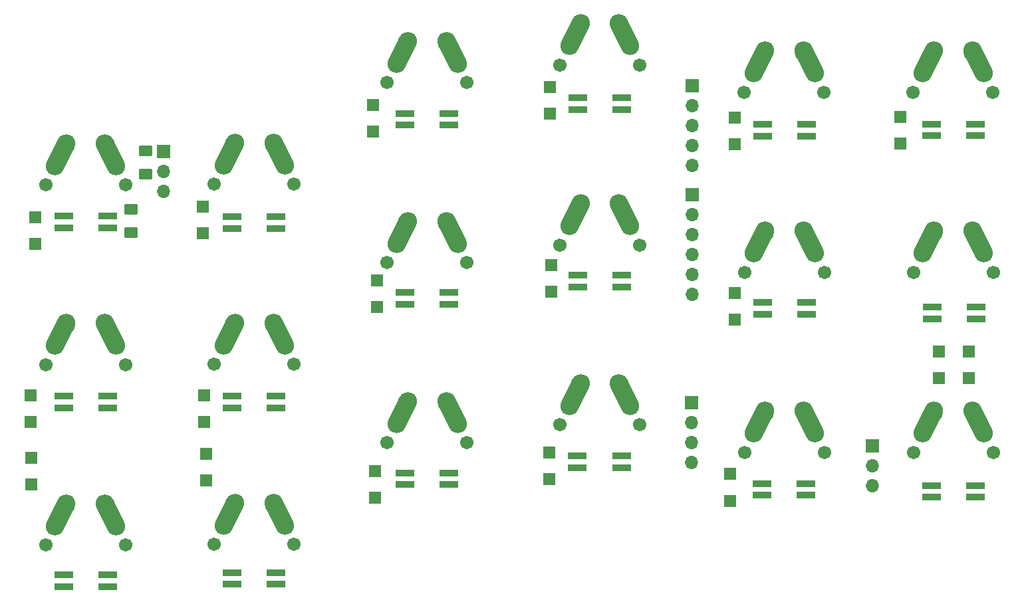
<source format=gbr>
G04 #@! TF.GenerationSoftware,KiCad,Pcbnew,(6.0.0)*
G04 #@! TF.CreationDate,2022-01-24T15:56:27+01:00*
G04 #@! TF.ProjectId,flex,666c6578-2e6b-4696-9361-645f70636258,rev?*
G04 #@! TF.SameCoordinates,Original*
G04 #@! TF.FileFunction,Soldermask,Bot*
G04 #@! TF.FilePolarity,Negative*
%FSLAX46Y46*%
G04 Gerber Fmt 4.6, Leading zero omitted, Abs format (unit mm)*
G04 Created by KiCad (PCBNEW (6.0.0)) date 2022-01-24 15:56:27*
%MOMM*%
%LPD*%
G01*
G04 APERTURE LIST*
G04 Aperture macros list*
%AMRoundRect*
0 Rectangle with rounded corners*
0 $1 Rounding radius*
0 $2 $3 $4 $5 $6 $7 $8 $9 X,Y pos of 4 corners*
0 Add a 4 corners polygon primitive as box body*
4,1,4,$2,$3,$4,$5,$6,$7,$8,$9,$2,$3,0*
0 Add four circle primitives for the rounded corners*
1,1,$1+$1,$2,$3*
1,1,$1+$1,$4,$5*
1,1,$1+$1,$6,$7*
1,1,$1+$1,$8,$9*
0 Add four rect primitives between the rounded corners*
20,1,$1+$1,$2,$3,$4,$5,0*
20,1,$1+$1,$4,$5,$6,$7,0*
20,1,$1+$1,$6,$7,$8,$9,0*
20,1,$1+$1,$8,$9,$2,$3,0*%
%AMHorizOval*
0 Thick line with rounded ends*
0 $1 width*
0 $2 $3 position (X,Y) of the first rounded end (center of the circle)*
0 $4 $5 position (X,Y) of the second rounded end (center of the circle)*
0 Add line between two ends*
20,1,$1,$2,$3,$4,$5,0*
0 Add two circle primitives to create the rounded ends*
1,1,$1,$2,$3*
1,1,$1,$4,$5*%
G04 Aperture macros list end*
%ADD10R,1.524000X1.524000*%
%ADD11R,1.700000X1.700000*%
%ADD12O,1.700000X1.700000*%
%ADD13R,2.400000X0.820000*%
%ADD14RoundRect,0.250001X-0.624999X0.462499X-0.624999X-0.462499X0.624999X-0.462499X0.624999X0.462499X0*%
%ADD15C,1.701800*%
%ADD16HorizOval,2.350000X-0.713917X1.431895X0.713917X-1.431895X0*%
%ADD17C,2.350000*%
%ADD18HorizOval,2.350000X0.713917X1.431895X-0.713917X-1.431895X0*%
G04 APERTURE END LIST*
D10*
X37325200Y-86864400D03*
X37325200Y-83464400D03*
X125825200Y-119564400D03*
X125825200Y-116164400D03*
X102875200Y-70214400D03*
X102875200Y-66814400D03*
D11*
X53670000Y-75100000D03*
D12*
X53670000Y-77640000D03*
X53670000Y-80180000D03*
D10*
X59084000Y-117006000D03*
X59084000Y-113606000D03*
X80875200Y-94864400D03*
X80875200Y-91464400D03*
X103071482Y-92945200D03*
X103071482Y-89545200D03*
X36725200Y-109514400D03*
X36725200Y-106114400D03*
D11*
X120960800Y-66719199D03*
D12*
X120960800Y-69259199D03*
X120960800Y-71799199D03*
X120960800Y-74339199D03*
X120960800Y-76879199D03*
D11*
X120960800Y-80536799D03*
D12*
X120960800Y-83076799D03*
X120960800Y-85616799D03*
X120960800Y-88156799D03*
X120960800Y-90696799D03*
X120960800Y-93236799D03*
D11*
X143955200Y-112534400D03*
D12*
X143955200Y-115074400D03*
X143955200Y-117614400D03*
D10*
X80375200Y-72564400D03*
X80375200Y-69164400D03*
X126375200Y-96514400D03*
X126375200Y-93114400D03*
X58675200Y-85514400D03*
X58675200Y-82114400D03*
X80575200Y-119214400D03*
X80575200Y-115814400D03*
X126375200Y-74114400D03*
X126375200Y-70714400D03*
D11*
X120900000Y-107100000D03*
D12*
X120900000Y-109640000D03*
X120900000Y-112180000D03*
X120900000Y-114720000D03*
D10*
X102775200Y-116814400D03*
X102775200Y-113414400D03*
X36825200Y-117464400D03*
X36825200Y-114064400D03*
X156175200Y-103964400D03*
X156175200Y-100564400D03*
X58889893Y-109514400D03*
X58889893Y-106114400D03*
X147525200Y-74064400D03*
X147525200Y-70664400D03*
X152425200Y-103964400D03*
X152425200Y-100564400D03*
D13*
X46550000Y-106260000D03*
X40950000Y-106260000D03*
X40950000Y-107760000D03*
X46550000Y-107760000D03*
D14*
X51360000Y-74992500D03*
X51360000Y-77967500D03*
D13*
X135556000Y-71618000D03*
X129956000Y-71618000D03*
X129956000Y-73118000D03*
X135556000Y-73118000D03*
D15*
X92333400Y-112153200D03*
X82173400Y-112153200D03*
D16*
X90416413Y-108315545D03*
D17*
X89793400Y-107073200D03*
D18*
X84090387Y-108315545D03*
D17*
X84713400Y-107073200D03*
D13*
X111981000Y-113867999D03*
X106381000Y-113867999D03*
X106381000Y-115367999D03*
X111981000Y-115367999D03*
D15*
X60161599Y-102196400D03*
X70321599Y-102196400D03*
D17*
X67781599Y-97116400D03*
D16*
X68404612Y-98358745D03*
D17*
X62701599Y-97116400D03*
D18*
X62078586Y-98358745D03*
D15*
X104144400Y-86981800D03*
X114304400Y-86981800D03*
D16*
X112387413Y-83144145D03*
D17*
X111764400Y-81901800D03*
X106684400Y-81901800D03*
D18*
X106061387Y-83144145D03*
D15*
X137826400Y-90442800D03*
X127666400Y-90442800D03*
D16*
X135909413Y-86605145D03*
D17*
X135286400Y-85362800D03*
X130206400Y-85362800D03*
D18*
X129583387Y-86605145D03*
D13*
X46550000Y-83260000D03*
X40950000Y-83260000D03*
X40950000Y-84760000D03*
X46550000Y-84760000D03*
X90006000Y-93017999D03*
X84406000Y-93017999D03*
X84406000Y-94517999D03*
X90006000Y-94517999D03*
D15*
X82173400Y-89191600D03*
X92333400Y-89191600D03*
D17*
X89793400Y-84111600D03*
D16*
X90416413Y-85353945D03*
D17*
X84713400Y-84111600D03*
D18*
X84090387Y-85353945D03*
D13*
X46550000Y-128980000D03*
X40950000Y-128980000D03*
X40950000Y-130480000D03*
X46550000Y-130480000D03*
X67965200Y-128704400D03*
X62365200Y-128704400D03*
X62365200Y-130204400D03*
X67965200Y-130204400D03*
X135556000Y-94318000D03*
X129956000Y-94318000D03*
X129956000Y-95818000D03*
X135556000Y-95818000D03*
X90006000Y-70217999D03*
X84406000Y-70217999D03*
X84406000Y-71717999D03*
X90006000Y-71717999D03*
D15*
X104144400Y-109892600D03*
X114304400Y-109892600D03*
D16*
X112387413Y-106054945D03*
D17*
X111764400Y-104812600D03*
D18*
X106061387Y-106054945D03*
D17*
X106684400Y-104812600D03*
D13*
X90006000Y-116017999D03*
X84406000Y-116017999D03*
X84406000Y-117517999D03*
X90006000Y-117517999D03*
X112056000Y-68217999D03*
X106456000Y-68217999D03*
X106456000Y-69717999D03*
X112056000Y-69717999D03*
D15*
X114304400Y-64020200D03*
X104144400Y-64020200D03*
D16*
X112387413Y-60182545D03*
D17*
X111764400Y-58940200D03*
X106684400Y-58940200D03*
D18*
X106061387Y-60182545D03*
D13*
X67965999Y-83357999D03*
X62365999Y-83357999D03*
X62365999Y-84857999D03*
X67965999Y-84857999D03*
X157055999Y-117617998D03*
X151455999Y-117617998D03*
X151455999Y-119117998D03*
X157055999Y-119117998D03*
D15*
X149129399Y-67506598D03*
X159289399Y-67506598D03*
D17*
X156749399Y-62426598D03*
D16*
X157372412Y-63668943D03*
D18*
X151046386Y-63668943D03*
D17*
X151669399Y-62426598D03*
D14*
X49530000Y-82420000D03*
X49530000Y-85395000D03*
D13*
X157055999Y-71567998D03*
X151455999Y-71567998D03*
X151455999Y-73067998D03*
X157055999Y-73067998D03*
D15*
X60161599Y-125132600D03*
X70321599Y-125132600D03*
D17*
X67781599Y-120052600D03*
D16*
X68404612Y-121294945D03*
D17*
X62701599Y-120052600D03*
D18*
X62078586Y-121294945D03*
D15*
X82173400Y-66255400D03*
X92333400Y-66255400D03*
D17*
X89793400Y-61175400D03*
D16*
X90416413Y-62417745D03*
D18*
X84090387Y-62417745D03*
D17*
X84713400Y-61175400D03*
D15*
X159314799Y-90442798D03*
X149154799Y-90442798D03*
D17*
X156774799Y-85362798D03*
D16*
X157397812Y-86605143D03*
D17*
X151694799Y-85362798D03*
D18*
X151071786Y-86605143D03*
D15*
X149154799Y-113404398D03*
X159314799Y-113404398D03*
D16*
X157397812Y-109566743D03*
D17*
X156774799Y-108324398D03*
X151694799Y-108324398D03*
D18*
X151071786Y-109566743D03*
D13*
X135456000Y-117368000D03*
X129856000Y-117368000D03*
X129856000Y-118868000D03*
X135456000Y-118868000D03*
D15*
X137801000Y-67506600D03*
X127641000Y-67506600D03*
D17*
X135261000Y-62426600D03*
D16*
X135884013Y-63668945D03*
D18*
X129557987Y-63668945D03*
D17*
X130181000Y-62426600D03*
D15*
X38657200Y-79292201D03*
X48817200Y-79292201D03*
D17*
X46277200Y-74212201D03*
D16*
X46900213Y-75454546D03*
D18*
X40574187Y-75454546D03*
D17*
X41197200Y-74212201D03*
D15*
X137826400Y-113404400D03*
X127666400Y-113404400D03*
D16*
X135909413Y-109566745D03*
D17*
X135286400Y-108324400D03*
D18*
X129583387Y-109566745D03*
D17*
X130206400Y-108324400D03*
D13*
X67965999Y-106247999D03*
X62365999Y-106247999D03*
X62365999Y-107747999D03*
X67965999Y-107747999D03*
D15*
X70321599Y-79234800D03*
X60161599Y-79234800D03*
D17*
X67781599Y-74154800D03*
D16*
X68404612Y-75397145D03*
D18*
X62078586Y-75397145D03*
D17*
X62701599Y-74154800D03*
D13*
X157155999Y-94917998D03*
X151555999Y-94917998D03*
X151555999Y-96417998D03*
X157155999Y-96417998D03*
X112056000Y-90817999D03*
X106456000Y-90817999D03*
X106456000Y-92317999D03*
X112056000Y-92317999D03*
D15*
X38657200Y-102228401D03*
X48817200Y-102228401D03*
D17*
X46277200Y-97148401D03*
D16*
X46900213Y-98390746D03*
D18*
X40574187Y-98390746D03*
D17*
X41197200Y-97148401D03*
D15*
X38657200Y-125190001D03*
X48817200Y-125190001D03*
D16*
X46900213Y-121352346D03*
D17*
X46277200Y-120110001D03*
D18*
X40574187Y-121352346D03*
D17*
X41197200Y-120110001D03*
M02*

</source>
